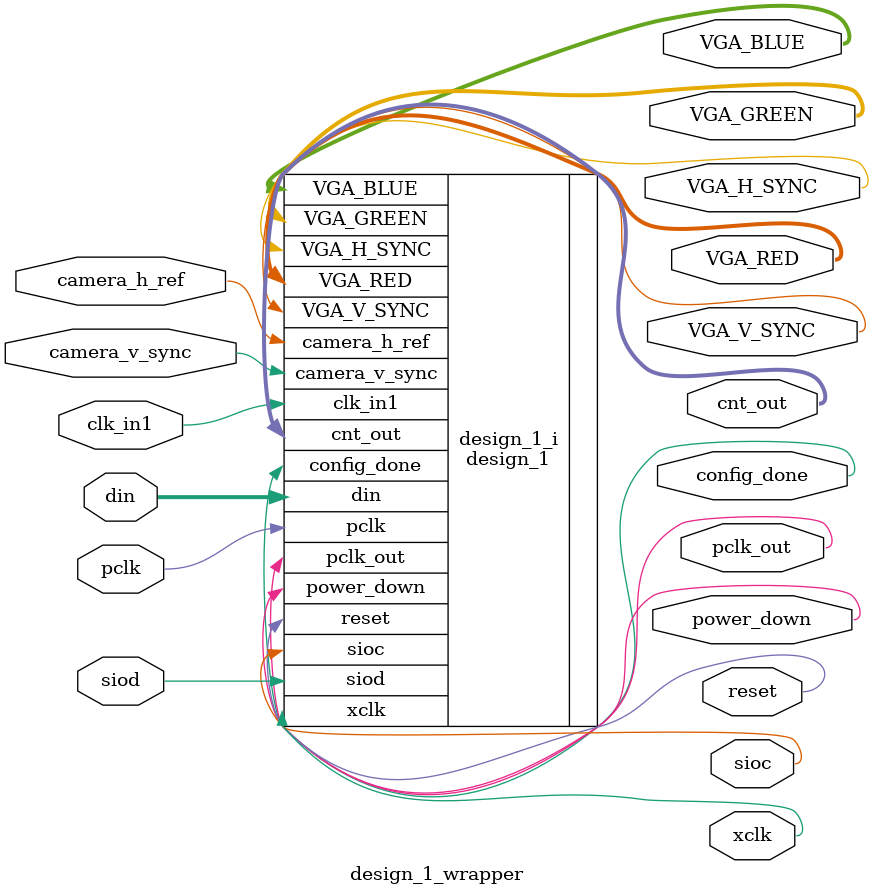
<source format=v>
`timescale 1 ps / 1 ps

module design_1_wrapper
   (VGA_BLUE,
    VGA_GREEN,
    VGA_H_SYNC,
    VGA_RED,
    VGA_V_SYNC,
    camera_h_ref,
    camera_v_sync,
    clk_in1,
    cnt_out,
    config_done,
    din,
    pclk,
    pclk_out,
    power_down,
    reset,
    sioc,
    siod,
    xclk);
  output [3:0]VGA_BLUE;
  output [3:0]VGA_GREEN;
  output VGA_H_SYNC;
  output [3:0]VGA_RED;
  output VGA_V_SYNC;
  input camera_h_ref;
  input camera_v_sync;
  input clk_in1;
  output [13:0]cnt_out;
  output config_done;
  input [7:0]din;
  input pclk;
  output pclk_out;
  output power_down;
  output reset;
  output sioc;
  inout siod;
  output xclk;

  wire [3:0]VGA_BLUE;
  wire [3:0]VGA_GREEN;
  wire VGA_H_SYNC;
  wire [3:0]VGA_RED;
  wire VGA_V_SYNC;
  wire camera_h_ref;
  wire camera_v_sync;
  wire clk_in1;
  wire [13:0]cnt_out;
  wire config_done;
  wire [7:0]din;
  wire pclk;
  wire pclk_out;
  wire power_down;
  wire reset;
  wire sioc;
  wire siod;
  wire xclk;

  design_1 design_1_i
       (.VGA_BLUE(VGA_BLUE),
        .VGA_GREEN(VGA_GREEN),
        .VGA_H_SYNC(VGA_H_SYNC),
        .VGA_RED(VGA_RED),
        .VGA_V_SYNC(VGA_V_SYNC),
        .camera_h_ref(camera_h_ref),
        .camera_v_sync(camera_v_sync),
        .clk_in1(clk_in1),
        .cnt_out(cnt_out),
        .config_done(config_done),
        .din(din),
        .pclk(pclk),
        .pclk_out(pclk_out),
        .power_down(power_down),
        .reset(reset),
        .sioc(sioc),
        .siod(siod),
        .xclk(xclk));
endmodule

</source>
